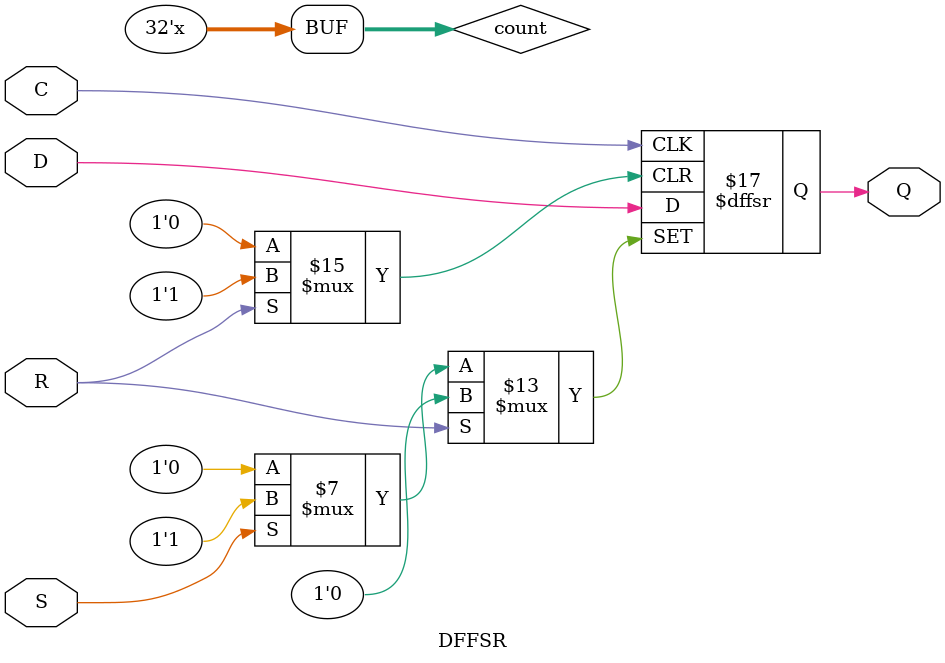
<source format=v>

module BUF(A, Y);
   input A;
   output Y;
   assign Y = A;
   integer count=0;
   always @(Y) begin
      count=count+1;
   end
endmodule

module NOT(A, Y);
   input A;
   output Y;
   assign Y = ~A;
   integer count=0;
   always @(Y) begin
      count=count+1;
   end
endmodule

module NAND(A, B, Y);
   input A, B;
   output Y;
   assign Y = ~(A & B);
   integer count=0;
   always @(Y) begin
      count=count+1;
   end
endmodule

module NOR(A, B, Y);
   input A, B;
   output Y;
   assign Y = ~(A | B);
   integer count=0;
   always @(Y) begin
      count=count+2; //en general 2, por estar compuesto por inversores y nands
   end
endmodule

module DFF(C, D, Q);
   input C, D;
   output reg Q;
   always @(posedge C)
     Q <= D;
   integer count=0;
   always @(Q) begin
      count=count+1;
   end
endmodule

module DFFSR(C, D, Q, S, R);
   input C, D, S, R;
   output reg Q;
   always @(posedge C, posedge S, posedge R)
     if (S)
       Q <= 1'b1;
     else if (R)
       Q <= 1'b0;
     else
       Q <= D;
   integer count=0;
   always @(Q) begin
      count=count+1;
   end
endmodule


</source>
